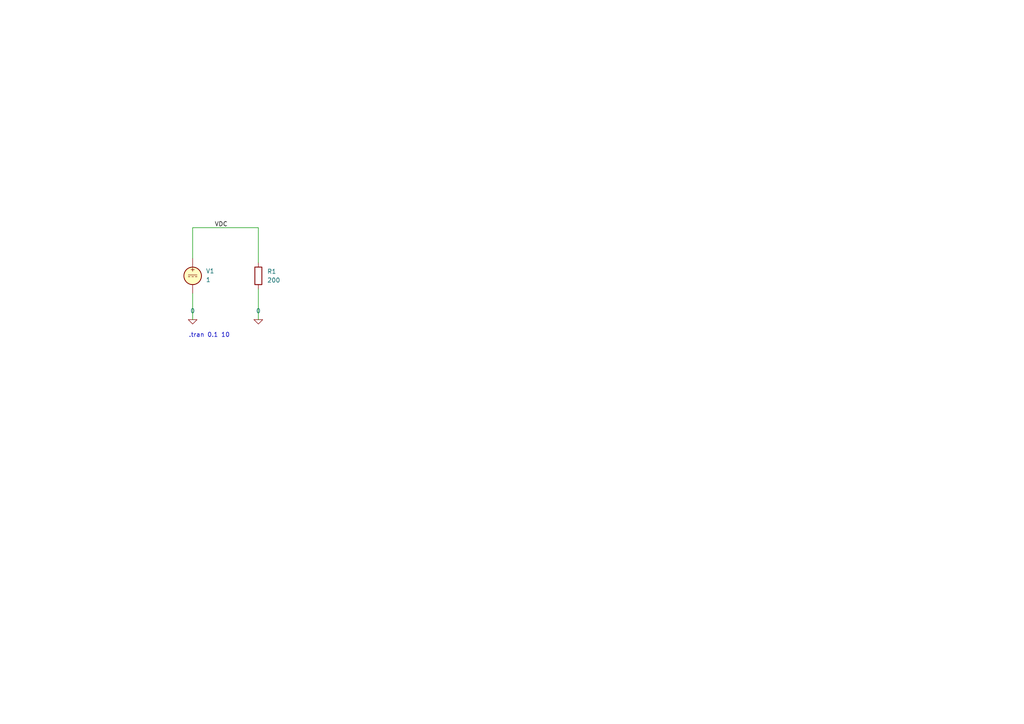
<source format=kicad_sch>
(kicad_sch (version 20231120) (generator "eeschema") (generator_version "8.0")
  (paper "A4")
  (lib_symbols
    (symbol "Device:R" (pin_numbers hide) (pin_names (offset 0))
      (property "Reference" "R" (at 2.032 0 90))
      (property "Value" "R" (at 0 0 90))
      (symbol "R_0_1"
        (rectangle (start -1.016 -2.54) (end 1.016 2.54) (stroke (width 0.254)))
      )
      (symbol "R_1_1"
        (pin passive line (at 0 3.81 270) (length 1.27) (name "~") (number "1"))
        (pin passive line (at 0 -3.81 90) (length 1.27) (name "~") (number "2"))
      )
    )
    (symbol "Simulation_SPICE:0" (power) (pin_numbers hide) (pin_names (offset 0) hide)
      (property "Value" "0" (at 0 -2.54 0))
      (symbol "0_0_1"
        (polyline (pts (xy -1.27 0) (xy 0 -1.27) (xy 1.27 0) (xy -1.27 0)))
      )
      (symbol "0_1_1"
        (pin power_in line (at 0 0 0) (length 0) (name "~") (number "1"))
      )
    )
    (symbol "Simulation_SPICE:VDC" (pin_numbers hide) (pin_names (offset 0.0254))
      (property "Reference" "V" (at 2.54 2.54 0))
      (property "Value" "1" (at 2.54 0 0))
      (symbol "VDC_0_0"
        (polyline (pts (xy -1.27 0.254) (xy 1.27 0.254)))
        (polyline (pts (xy -0.762 -0.254) (xy -1.27 -0.254)))
        (polyline (pts (xy 0.254 -0.254) (xy -0.254 -0.254)))
        (polyline (pts (xy 1.27 -0.254) (xy 0.762 -0.254)))
        (text "+" (at 0 1.905 0) (effects (font (size 1.27 1.27))))
      )
      (symbol "VDC_0_1"
        (circle (center 0 0) (radius 2.54) (stroke (width 0.254)) (fill (type background)))
      )
      (symbol "VDC_1_1"
        (pin passive line (at 0 5.08 270) (length 2.54) (name "~") (number "1"))
        (pin passive line (at 0 -5.08 90) (length 2.54) (name "~") (number "2"))
      )
    )
  )
  (wire (pts (xy 74.93 83.82) (xy 74.93 92.71)))
  (wire (pts (xy 55.88 85.09) (xy 55.88 92.71)))
  (wire (pts (xy 55.88 74.93) (xy 55.88 66.04)))
  (wire (pts (xy 55.88 66.04) (xy 74.93 66.04)))
  (wire (pts (xy 74.93 66.04) (xy 74.93 76.2)))
  (text ".tran 0.1 10" (at 60.706 97.282 0) (effects (font (size 1.27 1.27))))
  (label "VDC" (at 62.23 66.04 0))
  (symbol (lib_id "Simulation_SPICE:0") (at 55.88 92.71 0) (unit 1)
    (property "Reference" "#GND01" (effects (hide yes)))
    (property "Value" "0" (at 55.88 90.17 0))
    (property "Datasheet" "https://ngspice.sourceforge.io/docs/ngspice-html-manual/manual.xhtml#subsec_Circuit_elements__device" (effects (hide yes)))
    (property "Description" "0V reference potential for simulation" (effects (hide yes)))
  )
  (symbol (lib_id "Simulation_SPICE:VDC") (at 55.88 80.01 0) (unit 1)
    (property "Reference" "V1" (at 59.69 78.6101 0) (effects (justify left)))
    (property "Value" "1" (at 59.69 81.1501 0) (effects (justify left)))
    (property "Datasheet" "https://ngspice.sourceforge.io/docs/ngspice-html-manual/manual.xhtml#sec_Independent_Sources_for" (effects (hide yes)))
    (property "Description" "Voltage source, DC" (effects (hide yes)))
    (property "Sim.Pins" "1=+ 2=-" (effects (hide yes)))
    (property "Sim.Type" "DC" (effects (hide yes)))
    (property "Sim.Device" "V" (effects (hide yes)))
  )
  (symbol (lib_id "Device:R") (at 74.93 80.01 0) (unit 1)
    (property "Reference" "R1" (at 77.47 78.7399 0) (effects (justify left)))
    (property "Value" "200" (at 77.47 81.2799 0) (effects (justify left)))
    (property "Description" "Resistor" (effects (hide yes)))
  )
  (symbol (lib_id "Simulation_SPICE:0") (at 74.93 92.71 0) (unit 1)
    (property "Reference" "#GND02" (effects (hide yes)))
    (property "Value" "0" (at 74.93 90.17 0))
    (property "Datasheet" "https://ngspice.sourceforge.io/docs/ngspice-html-manual/manual.xhtml#subsec_Circuit_elements__device" (effects (hide yes)))
    (property "Description" "0V reference potential for simulation" (effects (hide yes)))
  )
)
</source>
